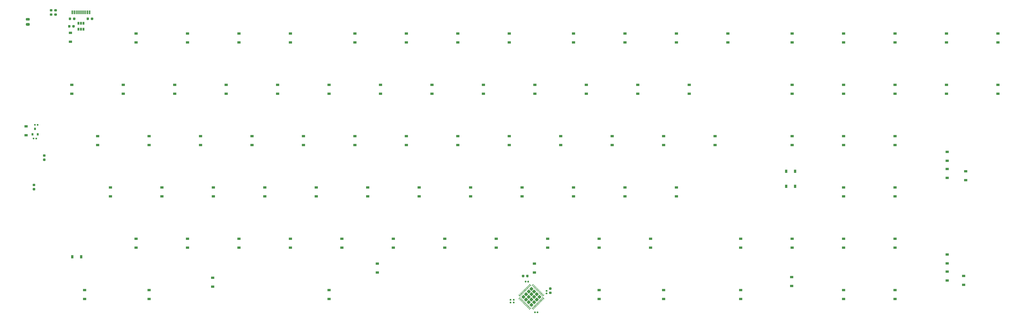
<source format=gbr>
G04 #@! TF.GenerationSoftware,KiCad,Pcbnew,(5.1.7)-1*
G04 #@! TF.CreationDate,2020-11-02T12:32:22-08:00*
G04 #@! TF.ProjectId,PCBV2,50434256-322e-46b6-9963-61645f706362,rev?*
G04 #@! TF.SameCoordinates,Original*
G04 #@! TF.FileFunction,Paste,Bot*
G04 #@! TF.FilePolarity,Positive*
%FSLAX46Y46*%
G04 Gerber Fmt 4.6, Leading zero omitted, Abs format (unit mm)*
G04 Created by KiCad (PCBNEW (5.1.7)-1) date 2020-11-02 12:32:22*
%MOMM*%
%LPD*%
G01*
G04 APERTURE LIST*
%ADD10R,0.900000X1.200000*%
%ADD11R,0.650000X1.060000*%
%ADD12R,1.200000X0.900000*%
%ADD13R,0.600000X1.450000*%
%ADD14R,0.300000X1.450000*%
%ADD15R,0.800000X0.900000*%
G04 APERTURE END LIST*
D10*
X107887500Y-173831250D03*
X111187500Y-173831250D03*
X372206250Y-142081250D03*
X375506250Y-142081250D03*
D11*
X111125000Y-87165000D03*
X112075000Y-87165000D03*
X110175000Y-87165000D03*
X110175000Y-89365000D03*
X111125000Y-89365000D03*
X112075000Y-89365000D03*
G36*
G01*
X107919000Y-88521250D02*
X107919000Y-88008750D01*
G75*
G02*
X108137750Y-87790000I218750J0D01*
G01*
X108575250Y-87790000D01*
G75*
G02*
X108794000Y-88008750I0J-218750D01*
G01*
X108794000Y-88521250D01*
G75*
G02*
X108575250Y-88740000I-218750J0D01*
G01*
X108137750Y-88740000D01*
G75*
G02*
X107919000Y-88521250I0J218750D01*
G01*
G37*
G36*
G01*
X106344000Y-88521250D02*
X106344000Y-88008750D01*
G75*
G02*
X106562750Y-87790000I218750J0D01*
G01*
X107000250Y-87790000D01*
G75*
G02*
X107219000Y-88008750I0J-218750D01*
G01*
X107219000Y-88521250D01*
G75*
G02*
X107000250Y-88740000I-218750J0D01*
G01*
X106562750Y-88740000D01*
G75*
G02*
X106344000Y-88521250I0J218750D01*
G01*
G37*
G36*
G01*
X114777000Y-85727250D02*
X114777000Y-85214750D01*
G75*
G02*
X114995750Y-84996000I218750J0D01*
G01*
X115433250Y-84996000D01*
G75*
G02*
X115652000Y-85214750I0J-218750D01*
G01*
X115652000Y-85727250D01*
G75*
G02*
X115433250Y-85946000I-218750J0D01*
G01*
X114995750Y-85946000D01*
G75*
G02*
X114777000Y-85727250I0J218750D01*
G01*
G37*
G36*
G01*
X113202000Y-85727250D02*
X113202000Y-85214750D01*
G75*
G02*
X113420750Y-84996000I218750J0D01*
G01*
X113858250Y-84996000D01*
G75*
G02*
X114077000Y-85214750I0J-218750D01*
G01*
X114077000Y-85727250D01*
G75*
G02*
X113858250Y-85946000I-218750J0D01*
G01*
X113420750Y-85946000D01*
G75*
G02*
X113202000Y-85727250I0J218750D01*
G01*
G37*
G36*
G01*
X107473000Y-85214750D02*
X107473000Y-85727250D01*
G75*
G02*
X107254250Y-85946000I-218750J0D01*
G01*
X106816750Y-85946000D01*
G75*
G02*
X106598000Y-85727250I0J218750D01*
G01*
X106598000Y-85214750D01*
G75*
G02*
X106816750Y-84996000I218750J0D01*
G01*
X107254250Y-84996000D01*
G75*
G02*
X107473000Y-85214750I0J-218750D01*
G01*
G37*
G36*
G01*
X109048000Y-85214750D02*
X109048000Y-85727250D01*
G75*
G02*
X108829250Y-85946000I-218750J0D01*
G01*
X108391750Y-85946000D01*
G75*
G02*
X108173000Y-85727250I0J218750D01*
G01*
X108173000Y-85214750D01*
G75*
G02*
X108391750Y-84996000I218750J0D01*
G01*
X108829250Y-84996000D01*
G75*
G02*
X109048000Y-85214750I0J-218750D01*
G01*
G37*
G36*
G01*
X101464400Y-83458800D02*
X101976900Y-83458800D01*
G75*
G02*
X102195650Y-83677550I0J-218750D01*
G01*
X102195650Y-84115050D01*
G75*
G02*
X101976900Y-84333800I-218750J0D01*
G01*
X101464400Y-84333800D01*
G75*
G02*
X101245650Y-84115050I0J218750D01*
G01*
X101245650Y-83677550D01*
G75*
G02*
X101464400Y-83458800I218750J0D01*
G01*
G37*
G36*
G01*
X101464400Y-81883800D02*
X101976900Y-81883800D01*
G75*
G02*
X102195650Y-82102550I0J-218750D01*
G01*
X102195650Y-82540050D01*
G75*
G02*
X101976900Y-82758800I-218750J0D01*
G01*
X101464400Y-82758800D01*
G75*
G02*
X101245650Y-82540050I0J218750D01*
G01*
X101245650Y-82102550D01*
G75*
G02*
X101464400Y-81883800I218750J0D01*
G01*
G37*
G36*
G01*
X100325900Y-82758800D02*
X99813400Y-82758800D01*
G75*
G02*
X99594650Y-82540050I0J218750D01*
G01*
X99594650Y-82102550D01*
G75*
G02*
X99813400Y-81883800I218750J0D01*
G01*
X100325900Y-81883800D01*
G75*
G02*
X100544650Y-82102550I0J-218750D01*
G01*
X100544650Y-82540050D01*
G75*
G02*
X100325900Y-82758800I-218750J0D01*
G01*
G37*
G36*
G01*
X100325900Y-84333800D02*
X99813400Y-84333800D01*
G75*
G02*
X99594650Y-84115050I0J218750D01*
G01*
X99594650Y-83677550D01*
G75*
G02*
X99813400Y-83458800I218750J0D01*
G01*
X100325900Y-83458800D01*
G75*
G02*
X100544650Y-83677550I0J-218750D01*
G01*
X100544650Y-84115050D01*
G75*
G02*
X100325900Y-84333800I-218750J0D01*
G01*
G37*
D12*
X90773250Y-128713500D03*
X90773250Y-125413500D03*
D13*
X114350000Y-83101250D03*
X107900000Y-83101250D03*
X113575000Y-83101250D03*
X108675000Y-83101250D03*
D14*
X109375000Y-83101250D03*
X112875000Y-83101250D03*
X109875000Y-83101250D03*
X112375000Y-83101250D03*
X110375000Y-83101250D03*
X111875000Y-83101250D03*
X111375000Y-83101250D03*
X110875000Y-83101250D03*
D15*
X94126050Y-126355600D03*
X93176050Y-128355600D03*
X95076050Y-128355600D03*
G36*
G01*
X278571314Y-193449475D02*
X278040984Y-192919145D01*
G75*
G02*
X278040984Y-192830757I44194J44194D01*
G01*
X278129372Y-192742369D01*
G75*
G02*
X278217760Y-192742369I44194J-44194D01*
G01*
X278748090Y-193272699D01*
G75*
G02*
X278748090Y-193361087I-44194J-44194D01*
G01*
X278659702Y-193449475D01*
G75*
G02*
X278571314Y-193449475I-44194J44194D01*
G01*
G37*
G36*
G01*
X278924867Y-193095922D02*
X278394537Y-192565592D01*
G75*
G02*
X278394537Y-192477204I44194J44194D01*
G01*
X278482925Y-192388816D01*
G75*
G02*
X278571313Y-192388816I44194J-44194D01*
G01*
X279101643Y-192919146D01*
G75*
G02*
X279101643Y-193007534I-44194J-44194D01*
G01*
X279013255Y-193095922D01*
G75*
G02*
X278924867Y-193095922I-44194J44194D01*
G01*
G37*
G36*
G01*
X279278421Y-192742368D02*
X278748091Y-192212038D01*
G75*
G02*
X278748091Y-192123650I44194J44194D01*
G01*
X278836479Y-192035262D01*
G75*
G02*
X278924867Y-192035262I44194J-44194D01*
G01*
X279455197Y-192565592D01*
G75*
G02*
X279455197Y-192653980I-44194J-44194D01*
G01*
X279366809Y-192742368D01*
G75*
G02*
X279278421Y-192742368I-44194J44194D01*
G01*
G37*
G36*
G01*
X279631974Y-192388815D02*
X279101644Y-191858485D01*
G75*
G02*
X279101644Y-191770097I44194J44194D01*
G01*
X279190032Y-191681709D01*
G75*
G02*
X279278420Y-191681709I44194J-44194D01*
G01*
X279808750Y-192212039D01*
G75*
G02*
X279808750Y-192300427I-44194J-44194D01*
G01*
X279720362Y-192388815D01*
G75*
G02*
X279631974Y-192388815I-44194J44194D01*
G01*
G37*
G36*
G01*
X279985527Y-192035262D02*
X279455197Y-191504932D01*
G75*
G02*
X279455197Y-191416544I44194J44194D01*
G01*
X279543585Y-191328156D01*
G75*
G02*
X279631973Y-191328156I44194J-44194D01*
G01*
X280162303Y-191858486D01*
G75*
G02*
X280162303Y-191946874I-44194J-44194D01*
G01*
X280073915Y-192035262D01*
G75*
G02*
X279985527Y-192035262I-44194J44194D01*
G01*
G37*
G36*
G01*
X280339081Y-191681708D02*
X279808751Y-191151378D01*
G75*
G02*
X279808751Y-191062990I44194J44194D01*
G01*
X279897139Y-190974602D01*
G75*
G02*
X279985527Y-190974602I44194J-44194D01*
G01*
X280515857Y-191504932D01*
G75*
G02*
X280515857Y-191593320I-44194J-44194D01*
G01*
X280427469Y-191681708D01*
G75*
G02*
X280339081Y-191681708I-44194J44194D01*
G01*
G37*
G36*
G01*
X280692634Y-191328155D02*
X280162304Y-190797825D01*
G75*
G02*
X280162304Y-190709437I44194J44194D01*
G01*
X280250692Y-190621049D01*
G75*
G02*
X280339080Y-190621049I44194J-44194D01*
G01*
X280869410Y-191151379D01*
G75*
G02*
X280869410Y-191239767I-44194J-44194D01*
G01*
X280781022Y-191328155D01*
G75*
G02*
X280692634Y-191328155I-44194J44194D01*
G01*
G37*
G36*
G01*
X281046188Y-190974601D02*
X280515858Y-190444271D01*
G75*
G02*
X280515858Y-190355883I44194J44194D01*
G01*
X280604246Y-190267495D01*
G75*
G02*
X280692634Y-190267495I44194J-44194D01*
G01*
X281222964Y-190797825D01*
G75*
G02*
X281222964Y-190886213I-44194J-44194D01*
G01*
X281134576Y-190974601D01*
G75*
G02*
X281046188Y-190974601I-44194J44194D01*
G01*
G37*
G36*
G01*
X281399741Y-190621048D02*
X280869411Y-190090718D01*
G75*
G02*
X280869411Y-190002330I44194J44194D01*
G01*
X280957799Y-189913942D01*
G75*
G02*
X281046187Y-189913942I44194J-44194D01*
G01*
X281576517Y-190444272D01*
G75*
G02*
X281576517Y-190532660I-44194J-44194D01*
G01*
X281488129Y-190621048D01*
G75*
G02*
X281399741Y-190621048I-44194J44194D01*
G01*
G37*
G36*
G01*
X281753294Y-190267495D02*
X281222964Y-189737165D01*
G75*
G02*
X281222964Y-189648777I44194J44194D01*
G01*
X281311352Y-189560389D01*
G75*
G02*
X281399740Y-189560389I44194J-44194D01*
G01*
X281930070Y-190090719D01*
G75*
G02*
X281930070Y-190179107I-44194J-44194D01*
G01*
X281841682Y-190267495D01*
G75*
G02*
X281753294Y-190267495I-44194J44194D01*
G01*
G37*
G36*
G01*
X282106848Y-189913941D02*
X281576518Y-189383611D01*
G75*
G02*
X281576518Y-189295223I44194J44194D01*
G01*
X281664906Y-189206835D01*
G75*
G02*
X281753294Y-189206835I44194J-44194D01*
G01*
X282283624Y-189737165D01*
G75*
G02*
X282283624Y-189825553I-44194J-44194D01*
G01*
X282195236Y-189913941D01*
G75*
G02*
X282106848Y-189913941I-44194J44194D01*
G01*
G37*
G36*
G01*
X282460401Y-189560388D02*
X281930071Y-189030058D01*
G75*
G02*
X281930071Y-188941670I44194J44194D01*
G01*
X282018459Y-188853282D01*
G75*
G02*
X282106847Y-188853282I44194J-44194D01*
G01*
X282637177Y-189383612D01*
G75*
G02*
X282637177Y-189472000I-44194J-44194D01*
G01*
X282548789Y-189560388D01*
G75*
G02*
X282460401Y-189560388I-44194J44194D01*
G01*
G37*
G36*
G01*
X282018459Y-188588116D02*
X281930071Y-188499728D01*
G75*
G02*
X281930071Y-188411340I44194J44194D01*
G01*
X282460401Y-187881010D01*
G75*
G02*
X282548789Y-187881010I44194J-44194D01*
G01*
X282637177Y-187969398D01*
G75*
G02*
X282637177Y-188057786I-44194J-44194D01*
G01*
X282106847Y-188588116D01*
G75*
G02*
X282018459Y-188588116I-44194J44194D01*
G01*
G37*
G36*
G01*
X281664906Y-188234563D02*
X281576518Y-188146175D01*
G75*
G02*
X281576518Y-188057787I44194J44194D01*
G01*
X282106848Y-187527457D01*
G75*
G02*
X282195236Y-187527457I44194J-44194D01*
G01*
X282283624Y-187615845D01*
G75*
G02*
X282283624Y-187704233I-44194J-44194D01*
G01*
X281753294Y-188234563D01*
G75*
G02*
X281664906Y-188234563I-44194J44194D01*
G01*
G37*
G36*
G01*
X281311352Y-187881009D02*
X281222964Y-187792621D01*
G75*
G02*
X281222964Y-187704233I44194J44194D01*
G01*
X281753294Y-187173903D01*
G75*
G02*
X281841682Y-187173903I44194J-44194D01*
G01*
X281930070Y-187262291D01*
G75*
G02*
X281930070Y-187350679I-44194J-44194D01*
G01*
X281399740Y-187881009D01*
G75*
G02*
X281311352Y-187881009I-44194J44194D01*
G01*
G37*
G36*
G01*
X280957799Y-187527456D02*
X280869411Y-187439068D01*
G75*
G02*
X280869411Y-187350680I44194J44194D01*
G01*
X281399741Y-186820350D01*
G75*
G02*
X281488129Y-186820350I44194J-44194D01*
G01*
X281576517Y-186908738D01*
G75*
G02*
X281576517Y-186997126I-44194J-44194D01*
G01*
X281046187Y-187527456D01*
G75*
G02*
X280957799Y-187527456I-44194J44194D01*
G01*
G37*
G36*
G01*
X280604246Y-187173903D02*
X280515858Y-187085515D01*
G75*
G02*
X280515858Y-186997127I44194J44194D01*
G01*
X281046188Y-186466797D01*
G75*
G02*
X281134576Y-186466797I44194J-44194D01*
G01*
X281222964Y-186555185D01*
G75*
G02*
X281222964Y-186643573I-44194J-44194D01*
G01*
X280692634Y-187173903D01*
G75*
G02*
X280604246Y-187173903I-44194J44194D01*
G01*
G37*
G36*
G01*
X280250692Y-186820349D02*
X280162304Y-186731961D01*
G75*
G02*
X280162304Y-186643573I44194J44194D01*
G01*
X280692634Y-186113243D01*
G75*
G02*
X280781022Y-186113243I44194J-44194D01*
G01*
X280869410Y-186201631D01*
G75*
G02*
X280869410Y-186290019I-44194J-44194D01*
G01*
X280339080Y-186820349D01*
G75*
G02*
X280250692Y-186820349I-44194J44194D01*
G01*
G37*
G36*
G01*
X279897139Y-186466796D02*
X279808751Y-186378408D01*
G75*
G02*
X279808751Y-186290020I44194J44194D01*
G01*
X280339081Y-185759690D01*
G75*
G02*
X280427469Y-185759690I44194J-44194D01*
G01*
X280515857Y-185848078D01*
G75*
G02*
X280515857Y-185936466I-44194J-44194D01*
G01*
X279985527Y-186466796D01*
G75*
G02*
X279897139Y-186466796I-44194J44194D01*
G01*
G37*
G36*
G01*
X279543585Y-186113242D02*
X279455197Y-186024854D01*
G75*
G02*
X279455197Y-185936466I44194J44194D01*
G01*
X279985527Y-185406136D01*
G75*
G02*
X280073915Y-185406136I44194J-44194D01*
G01*
X280162303Y-185494524D01*
G75*
G02*
X280162303Y-185582912I-44194J-44194D01*
G01*
X279631973Y-186113242D01*
G75*
G02*
X279543585Y-186113242I-44194J44194D01*
G01*
G37*
G36*
G01*
X279190032Y-185759689D02*
X279101644Y-185671301D01*
G75*
G02*
X279101644Y-185582913I44194J44194D01*
G01*
X279631974Y-185052583D01*
G75*
G02*
X279720362Y-185052583I44194J-44194D01*
G01*
X279808750Y-185140971D01*
G75*
G02*
X279808750Y-185229359I-44194J-44194D01*
G01*
X279278420Y-185759689D01*
G75*
G02*
X279190032Y-185759689I-44194J44194D01*
G01*
G37*
G36*
G01*
X278836479Y-185406136D02*
X278748091Y-185317748D01*
G75*
G02*
X278748091Y-185229360I44194J44194D01*
G01*
X279278421Y-184699030D01*
G75*
G02*
X279366809Y-184699030I44194J-44194D01*
G01*
X279455197Y-184787418D01*
G75*
G02*
X279455197Y-184875806I-44194J-44194D01*
G01*
X278924867Y-185406136D01*
G75*
G02*
X278836479Y-185406136I-44194J44194D01*
G01*
G37*
G36*
G01*
X278482925Y-185052582D02*
X278394537Y-184964194D01*
G75*
G02*
X278394537Y-184875806I44194J44194D01*
G01*
X278924867Y-184345476D01*
G75*
G02*
X279013255Y-184345476I44194J-44194D01*
G01*
X279101643Y-184433864D01*
G75*
G02*
X279101643Y-184522252I-44194J-44194D01*
G01*
X278571313Y-185052582D01*
G75*
G02*
X278482925Y-185052582I-44194J44194D01*
G01*
G37*
G36*
G01*
X278129372Y-184699029D02*
X278040984Y-184610641D01*
G75*
G02*
X278040984Y-184522253I44194J44194D01*
G01*
X278571314Y-183991923D01*
G75*
G02*
X278659702Y-183991923I44194J-44194D01*
G01*
X278748090Y-184080311D01*
G75*
G02*
X278748090Y-184168699I-44194J-44194D01*
G01*
X278217760Y-184699029D01*
G75*
G02*
X278129372Y-184699029I-44194J44194D01*
G01*
G37*
G36*
G01*
X277599042Y-184699029D02*
X277068712Y-184168699D01*
G75*
G02*
X277068712Y-184080311I44194J44194D01*
G01*
X277157100Y-183991923D01*
G75*
G02*
X277245488Y-183991923I44194J-44194D01*
G01*
X277775818Y-184522253D01*
G75*
G02*
X277775818Y-184610641I-44194J-44194D01*
G01*
X277687430Y-184699029D01*
G75*
G02*
X277599042Y-184699029I-44194J44194D01*
G01*
G37*
G36*
G01*
X277245489Y-185052582D02*
X276715159Y-184522252D01*
G75*
G02*
X276715159Y-184433864I44194J44194D01*
G01*
X276803547Y-184345476D01*
G75*
G02*
X276891935Y-184345476I44194J-44194D01*
G01*
X277422265Y-184875806D01*
G75*
G02*
X277422265Y-184964194I-44194J-44194D01*
G01*
X277333877Y-185052582D01*
G75*
G02*
X277245489Y-185052582I-44194J44194D01*
G01*
G37*
G36*
G01*
X276891935Y-185406136D02*
X276361605Y-184875806D01*
G75*
G02*
X276361605Y-184787418I44194J44194D01*
G01*
X276449993Y-184699030D01*
G75*
G02*
X276538381Y-184699030I44194J-44194D01*
G01*
X277068711Y-185229360D01*
G75*
G02*
X277068711Y-185317748I-44194J-44194D01*
G01*
X276980323Y-185406136D01*
G75*
G02*
X276891935Y-185406136I-44194J44194D01*
G01*
G37*
G36*
G01*
X276538382Y-185759689D02*
X276008052Y-185229359D01*
G75*
G02*
X276008052Y-185140971I44194J44194D01*
G01*
X276096440Y-185052583D01*
G75*
G02*
X276184828Y-185052583I44194J-44194D01*
G01*
X276715158Y-185582913D01*
G75*
G02*
X276715158Y-185671301I-44194J-44194D01*
G01*
X276626770Y-185759689D01*
G75*
G02*
X276538382Y-185759689I-44194J44194D01*
G01*
G37*
G36*
G01*
X276184829Y-186113242D02*
X275654499Y-185582912D01*
G75*
G02*
X275654499Y-185494524I44194J44194D01*
G01*
X275742887Y-185406136D01*
G75*
G02*
X275831275Y-185406136I44194J-44194D01*
G01*
X276361605Y-185936466D01*
G75*
G02*
X276361605Y-186024854I-44194J-44194D01*
G01*
X276273217Y-186113242D01*
G75*
G02*
X276184829Y-186113242I-44194J44194D01*
G01*
G37*
G36*
G01*
X275831275Y-186466796D02*
X275300945Y-185936466D01*
G75*
G02*
X275300945Y-185848078I44194J44194D01*
G01*
X275389333Y-185759690D01*
G75*
G02*
X275477721Y-185759690I44194J-44194D01*
G01*
X276008051Y-186290020D01*
G75*
G02*
X276008051Y-186378408I-44194J-44194D01*
G01*
X275919663Y-186466796D01*
G75*
G02*
X275831275Y-186466796I-44194J44194D01*
G01*
G37*
G36*
G01*
X275477722Y-186820349D02*
X274947392Y-186290019D01*
G75*
G02*
X274947392Y-186201631I44194J44194D01*
G01*
X275035780Y-186113243D01*
G75*
G02*
X275124168Y-186113243I44194J-44194D01*
G01*
X275654498Y-186643573D01*
G75*
G02*
X275654498Y-186731961I-44194J-44194D01*
G01*
X275566110Y-186820349D01*
G75*
G02*
X275477722Y-186820349I-44194J44194D01*
G01*
G37*
G36*
G01*
X275124168Y-187173903D02*
X274593838Y-186643573D01*
G75*
G02*
X274593838Y-186555185I44194J44194D01*
G01*
X274682226Y-186466797D01*
G75*
G02*
X274770614Y-186466797I44194J-44194D01*
G01*
X275300944Y-186997127D01*
G75*
G02*
X275300944Y-187085515I-44194J-44194D01*
G01*
X275212556Y-187173903D01*
G75*
G02*
X275124168Y-187173903I-44194J44194D01*
G01*
G37*
G36*
G01*
X274770615Y-187527456D02*
X274240285Y-186997126D01*
G75*
G02*
X274240285Y-186908738I44194J44194D01*
G01*
X274328673Y-186820350D01*
G75*
G02*
X274417061Y-186820350I44194J-44194D01*
G01*
X274947391Y-187350680D01*
G75*
G02*
X274947391Y-187439068I-44194J-44194D01*
G01*
X274859003Y-187527456D01*
G75*
G02*
X274770615Y-187527456I-44194J44194D01*
G01*
G37*
G36*
G01*
X274417062Y-187881009D02*
X273886732Y-187350679D01*
G75*
G02*
X273886732Y-187262291I44194J44194D01*
G01*
X273975120Y-187173903D01*
G75*
G02*
X274063508Y-187173903I44194J-44194D01*
G01*
X274593838Y-187704233D01*
G75*
G02*
X274593838Y-187792621I-44194J-44194D01*
G01*
X274505450Y-187881009D01*
G75*
G02*
X274417062Y-187881009I-44194J44194D01*
G01*
G37*
G36*
G01*
X274063508Y-188234563D02*
X273533178Y-187704233D01*
G75*
G02*
X273533178Y-187615845I44194J44194D01*
G01*
X273621566Y-187527457D01*
G75*
G02*
X273709954Y-187527457I44194J-44194D01*
G01*
X274240284Y-188057787D01*
G75*
G02*
X274240284Y-188146175I-44194J-44194D01*
G01*
X274151896Y-188234563D01*
G75*
G02*
X274063508Y-188234563I-44194J44194D01*
G01*
G37*
G36*
G01*
X273709955Y-188588116D02*
X273179625Y-188057786D01*
G75*
G02*
X273179625Y-187969398I44194J44194D01*
G01*
X273268013Y-187881010D01*
G75*
G02*
X273356401Y-187881010I44194J-44194D01*
G01*
X273886731Y-188411340D01*
G75*
G02*
X273886731Y-188499728I-44194J-44194D01*
G01*
X273798343Y-188588116D01*
G75*
G02*
X273709955Y-188588116I-44194J44194D01*
G01*
G37*
G36*
G01*
X273268013Y-189560388D02*
X273179625Y-189472000D01*
G75*
G02*
X273179625Y-189383612I44194J44194D01*
G01*
X273709955Y-188853282D01*
G75*
G02*
X273798343Y-188853282I44194J-44194D01*
G01*
X273886731Y-188941670D01*
G75*
G02*
X273886731Y-189030058I-44194J-44194D01*
G01*
X273356401Y-189560388D01*
G75*
G02*
X273268013Y-189560388I-44194J44194D01*
G01*
G37*
G36*
G01*
X273621566Y-189913941D02*
X273533178Y-189825553D01*
G75*
G02*
X273533178Y-189737165I44194J44194D01*
G01*
X274063508Y-189206835D01*
G75*
G02*
X274151896Y-189206835I44194J-44194D01*
G01*
X274240284Y-189295223D01*
G75*
G02*
X274240284Y-189383611I-44194J-44194D01*
G01*
X273709954Y-189913941D01*
G75*
G02*
X273621566Y-189913941I-44194J44194D01*
G01*
G37*
G36*
G01*
X273975120Y-190267495D02*
X273886732Y-190179107D01*
G75*
G02*
X273886732Y-190090719I44194J44194D01*
G01*
X274417062Y-189560389D01*
G75*
G02*
X274505450Y-189560389I44194J-44194D01*
G01*
X274593838Y-189648777D01*
G75*
G02*
X274593838Y-189737165I-44194J-44194D01*
G01*
X274063508Y-190267495D01*
G75*
G02*
X273975120Y-190267495I-44194J44194D01*
G01*
G37*
G36*
G01*
X274328673Y-190621048D02*
X274240285Y-190532660D01*
G75*
G02*
X274240285Y-190444272I44194J44194D01*
G01*
X274770615Y-189913942D01*
G75*
G02*
X274859003Y-189913942I44194J-44194D01*
G01*
X274947391Y-190002330D01*
G75*
G02*
X274947391Y-190090718I-44194J-44194D01*
G01*
X274417061Y-190621048D01*
G75*
G02*
X274328673Y-190621048I-44194J44194D01*
G01*
G37*
G36*
G01*
X274682226Y-190974601D02*
X274593838Y-190886213D01*
G75*
G02*
X274593838Y-190797825I44194J44194D01*
G01*
X275124168Y-190267495D01*
G75*
G02*
X275212556Y-190267495I44194J-44194D01*
G01*
X275300944Y-190355883D01*
G75*
G02*
X275300944Y-190444271I-44194J-44194D01*
G01*
X274770614Y-190974601D01*
G75*
G02*
X274682226Y-190974601I-44194J44194D01*
G01*
G37*
G36*
G01*
X275035780Y-191328155D02*
X274947392Y-191239767D01*
G75*
G02*
X274947392Y-191151379I44194J44194D01*
G01*
X275477722Y-190621049D01*
G75*
G02*
X275566110Y-190621049I44194J-44194D01*
G01*
X275654498Y-190709437D01*
G75*
G02*
X275654498Y-190797825I-44194J-44194D01*
G01*
X275124168Y-191328155D01*
G75*
G02*
X275035780Y-191328155I-44194J44194D01*
G01*
G37*
G36*
G01*
X275389333Y-191681708D02*
X275300945Y-191593320D01*
G75*
G02*
X275300945Y-191504932I44194J44194D01*
G01*
X275831275Y-190974602D01*
G75*
G02*
X275919663Y-190974602I44194J-44194D01*
G01*
X276008051Y-191062990D01*
G75*
G02*
X276008051Y-191151378I-44194J-44194D01*
G01*
X275477721Y-191681708D01*
G75*
G02*
X275389333Y-191681708I-44194J44194D01*
G01*
G37*
G36*
G01*
X275742887Y-192035262D02*
X275654499Y-191946874D01*
G75*
G02*
X275654499Y-191858486I44194J44194D01*
G01*
X276184829Y-191328156D01*
G75*
G02*
X276273217Y-191328156I44194J-44194D01*
G01*
X276361605Y-191416544D01*
G75*
G02*
X276361605Y-191504932I-44194J-44194D01*
G01*
X275831275Y-192035262D01*
G75*
G02*
X275742887Y-192035262I-44194J44194D01*
G01*
G37*
G36*
G01*
X276096440Y-192388815D02*
X276008052Y-192300427D01*
G75*
G02*
X276008052Y-192212039I44194J44194D01*
G01*
X276538382Y-191681709D01*
G75*
G02*
X276626770Y-191681709I44194J-44194D01*
G01*
X276715158Y-191770097D01*
G75*
G02*
X276715158Y-191858485I-44194J-44194D01*
G01*
X276184828Y-192388815D01*
G75*
G02*
X276096440Y-192388815I-44194J44194D01*
G01*
G37*
G36*
G01*
X276449993Y-192742368D02*
X276361605Y-192653980D01*
G75*
G02*
X276361605Y-192565592I44194J44194D01*
G01*
X276891935Y-192035262D01*
G75*
G02*
X276980323Y-192035262I44194J-44194D01*
G01*
X277068711Y-192123650D01*
G75*
G02*
X277068711Y-192212038I-44194J-44194D01*
G01*
X276538381Y-192742368D01*
G75*
G02*
X276449993Y-192742368I-44194J44194D01*
G01*
G37*
G36*
G01*
X276803547Y-193095922D02*
X276715159Y-193007534D01*
G75*
G02*
X276715159Y-192919146I44194J44194D01*
G01*
X277245489Y-192388816D01*
G75*
G02*
X277333877Y-192388816I44194J-44194D01*
G01*
X277422265Y-192477204D01*
G75*
G02*
X277422265Y-192565592I-44194J-44194D01*
G01*
X276891935Y-193095922D01*
G75*
G02*
X276803547Y-193095922I-44194J44194D01*
G01*
G37*
G36*
G01*
X277157100Y-193449475D02*
X277068712Y-193361087D01*
G75*
G02*
X277068712Y-193272699I44194J44194D01*
G01*
X277599042Y-192742369D01*
G75*
G02*
X277687430Y-192742369I44194J-44194D01*
G01*
X277775818Y-192830757D01*
G75*
G02*
X277775818Y-192919145I-44194J-44194D01*
G01*
X277245488Y-193449475D01*
G75*
G02*
X277157100Y-193449475I-44194J44194D01*
G01*
G37*
G36*
G01*
X277731624Y-186373105D02*
X277286147Y-185927628D01*
G75*
G02*
X277286147Y-185574074I176777J176777D01*
G01*
X277731624Y-185128597D01*
G75*
G02*
X278085178Y-185128597I176777J-176777D01*
G01*
X278530655Y-185574074D01*
G75*
G02*
X278530655Y-185927628I-176777J-176777D01*
G01*
X278085178Y-186373105D01*
G75*
G02*
X277731624Y-186373105I-176777J176777D01*
G01*
G37*
G36*
G01*
X278721573Y-187363054D02*
X278276096Y-186917577D01*
G75*
G02*
X278276096Y-186564023I176777J176777D01*
G01*
X278721573Y-186118546D01*
G75*
G02*
X279075127Y-186118546I176777J-176777D01*
G01*
X279520604Y-186564023D01*
G75*
G02*
X279520604Y-186917577I-176777J-176777D01*
G01*
X279075127Y-187363054D01*
G75*
G02*
X278721573Y-187363054I-176777J176777D01*
G01*
G37*
G36*
G01*
X279711523Y-188353004D02*
X279266046Y-187907527D01*
G75*
G02*
X279266046Y-187553973I176777J176777D01*
G01*
X279711523Y-187108496D01*
G75*
G02*
X280065077Y-187108496I176777J-176777D01*
G01*
X280510554Y-187553973D01*
G75*
G02*
X280510554Y-187907527I-176777J-176777D01*
G01*
X280065077Y-188353004D01*
G75*
G02*
X279711523Y-188353004I-176777J176777D01*
G01*
G37*
G36*
G01*
X280701472Y-189342953D02*
X280255995Y-188897476D01*
G75*
G02*
X280255995Y-188543922I176777J176777D01*
G01*
X280701472Y-188098445D01*
G75*
G02*
X281055026Y-188098445I176777J-176777D01*
G01*
X281500503Y-188543922D01*
G75*
G02*
X281500503Y-188897476I-176777J-176777D01*
G01*
X281055026Y-189342953D01*
G75*
G02*
X280701472Y-189342953I-176777J176777D01*
G01*
G37*
G36*
G01*
X276741675Y-187363054D02*
X276296198Y-186917577D01*
G75*
G02*
X276296198Y-186564023I176777J176777D01*
G01*
X276741675Y-186118546D01*
G75*
G02*
X277095229Y-186118546I176777J-176777D01*
G01*
X277540706Y-186564023D01*
G75*
G02*
X277540706Y-186917577I-176777J-176777D01*
G01*
X277095229Y-187363054D01*
G75*
G02*
X276741675Y-187363054I-176777J176777D01*
G01*
G37*
G36*
G01*
X277731624Y-188353004D02*
X277286147Y-187907527D01*
G75*
G02*
X277286147Y-187553973I176777J176777D01*
G01*
X277731624Y-187108496D01*
G75*
G02*
X278085178Y-187108496I176777J-176777D01*
G01*
X278530655Y-187553973D01*
G75*
G02*
X278530655Y-187907527I-176777J-176777D01*
G01*
X278085178Y-188353004D01*
G75*
G02*
X277731624Y-188353004I-176777J176777D01*
G01*
G37*
G36*
G01*
X278721573Y-189342953D02*
X278276096Y-188897476D01*
G75*
G02*
X278276096Y-188543922I176777J176777D01*
G01*
X278721573Y-188098445D01*
G75*
G02*
X279075127Y-188098445I176777J-176777D01*
G01*
X279520604Y-188543922D01*
G75*
G02*
X279520604Y-188897476I-176777J-176777D01*
G01*
X279075127Y-189342953D01*
G75*
G02*
X278721573Y-189342953I-176777J176777D01*
G01*
G37*
G36*
G01*
X279711523Y-190332902D02*
X279266046Y-189887425D01*
G75*
G02*
X279266046Y-189533871I176777J176777D01*
G01*
X279711523Y-189088394D01*
G75*
G02*
X280065077Y-189088394I176777J-176777D01*
G01*
X280510554Y-189533871D01*
G75*
G02*
X280510554Y-189887425I-176777J-176777D01*
G01*
X280065077Y-190332902D01*
G75*
G02*
X279711523Y-190332902I-176777J176777D01*
G01*
G37*
G36*
G01*
X275751725Y-188353004D02*
X275306248Y-187907527D01*
G75*
G02*
X275306248Y-187553973I176777J176777D01*
G01*
X275751725Y-187108496D01*
G75*
G02*
X276105279Y-187108496I176777J-176777D01*
G01*
X276550756Y-187553973D01*
G75*
G02*
X276550756Y-187907527I-176777J-176777D01*
G01*
X276105279Y-188353004D01*
G75*
G02*
X275751725Y-188353004I-176777J176777D01*
G01*
G37*
G36*
G01*
X276741675Y-189342953D02*
X276296198Y-188897476D01*
G75*
G02*
X276296198Y-188543922I176777J176777D01*
G01*
X276741675Y-188098445D01*
G75*
G02*
X277095229Y-188098445I176777J-176777D01*
G01*
X277540706Y-188543922D01*
G75*
G02*
X277540706Y-188897476I-176777J-176777D01*
G01*
X277095229Y-189342953D01*
G75*
G02*
X276741675Y-189342953I-176777J176777D01*
G01*
G37*
G36*
G01*
X277731624Y-190332902D02*
X277286147Y-189887425D01*
G75*
G02*
X277286147Y-189533871I176777J176777D01*
G01*
X277731624Y-189088394D01*
G75*
G02*
X278085178Y-189088394I176777J-176777D01*
G01*
X278530655Y-189533871D01*
G75*
G02*
X278530655Y-189887425I-176777J-176777D01*
G01*
X278085178Y-190332902D01*
G75*
G02*
X277731624Y-190332902I-176777J176777D01*
G01*
G37*
G36*
G01*
X278721573Y-191322852D02*
X278276096Y-190877375D01*
G75*
G02*
X278276096Y-190523821I176777J176777D01*
G01*
X278721573Y-190078344D01*
G75*
G02*
X279075127Y-190078344I176777J-176777D01*
G01*
X279520604Y-190523821D01*
G75*
G02*
X279520604Y-190877375I-176777J-176777D01*
G01*
X279075127Y-191322852D01*
G75*
G02*
X278721573Y-191322852I-176777J176777D01*
G01*
G37*
G36*
G01*
X274761776Y-189342953D02*
X274316299Y-188897476D01*
G75*
G02*
X274316299Y-188543922I176777J176777D01*
G01*
X274761776Y-188098445D01*
G75*
G02*
X275115330Y-188098445I176777J-176777D01*
G01*
X275560807Y-188543922D01*
G75*
G02*
X275560807Y-188897476I-176777J-176777D01*
G01*
X275115330Y-189342953D01*
G75*
G02*
X274761776Y-189342953I-176777J176777D01*
G01*
G37*
G36*
G01*
X275751725Y-190332902D02*
X275306248Y-189887425D01*
G75*
G02*
X275306248Y-189533871I176777J176777D01*
G01*
X275751725Y-189088394D01*
G75*
G02*
X276105279Y-189088394I176777J-176777D01*
G01*
X276550756Y-189533871D01*
G75*
G02*
X276550756Y-189887425I-176777J-176777D01*
G01*
X276105279Y-190332902D01*
G75*
G02*
X275751725Y-190332902I-176777J176777D01*
G01*
G37*
G36*
G01*
X276741675Y-191322852D02*
X276296198Y-190877375D01*
G75*
G02*
X276296198Y-190523821I176777J176777D01*
G01*
X276741675Y-190078344D01*
G75*
G02*
X277095229Y-190078344I176777J-176777D01*
G01*
X277540706Y-190523821D01*
G75*
G02*
X277540706Y-190877375I-176777J-176777D01*
G01*
X277095229Y-191322852D01*
G75*
G02*
X276741675Y-191322852I-176777J176777D01*
G01*
G37*
G36*
G01*
X277731624Y-192312801D02*
X277286147Y-191867324D01*
G75*
G02*
X277286147Y-191513770I176777J176777D01*
G01*
X277731624Y-191068293D01*
G75*
G02*
X278085178Y-191068293I176777J-176777D01*
G01*
X278530655Y-191513770D01*
G75*
G02*
X278530655Y-191867324I-176777J-176777D01*
G01*
X278085178Y-192312801D01*
G75*
G02*
X277731624Y-192312801I-176777J176777D01*
G01*
G37*
G36*
G01*
X97792250Y-136683000D02*
X97279750Y-136683000D01*
G75*
G02*
X97061000Y-136464250I0J218750D01*
G01*
X97061000Y-136026750D01*
G75*
G02*
X97279750Y-135808000I218750J0D01*
G01*
X97792250Y-135808000D01*
G75*
G02*
X98011000Y-136026750I0J-218750D01*
G01*
X98011000Y-136464250D01*
G75*
G02*
X97792250Y-136683000I-218750J0D01*
G01*
G37*
G36*
G01*
X97792250Y-138258000D02*
X97279750Y-138258000D01*
G75*
G02*
X97061000Y-138039250I0J218750D01*
G01*
X97061000Y-137601750D01*
G75*
G02*
X97279750Y-137383000I218750J0D01*
G01*
X97792250Y-137383000D01*
G75*
G02*
X98011000Y-137601750I0J-218750D01*
G01*
X98011000Y-138039250D01*
G75*
G02*
X97792250Y-138258000I-218750J0D01*
G01*
G37*
G36*
G01*
X93982250Y-147605000D02*
X93469750Y-147605000D01*
G75*
G02*
X93251000Y-147386250I0J218750D01*
G01*
X93251000Y-146948750D01*
G75*
G02*
X93469750Y-146730000I218750J0D01*
G01*
X93982250Y-146730000D01*
G75*
G02*
X94201000Y-146948750I0J-218750D01*
G01*
X94201000Y-147386250D01*
G75*
G02*
X93982250Y-147605000I-218750J0D01*
G01*
G37*
G36*
G01*
X93982250Y-149180000D02*
X93469750Y-149180000D01*
G75*
G02*
X93251000Y-148961250I0J218750D01*
G01*
X93251000Y-148523750D01*
G75*
G02*
X93469750Y-148305000I218750J0D01*
G01*
X93982250Y-148305000D01*
G75*
G02*
X94201000Y-148523750I0J-218750D01*
G01*
X94201000Y-148961250D01*
G75*
G02*
X93982250Y-149180000I-218750J0D01*
G01*
G37*
G36*
G01*
X91896250Y-86164000D02*
X90983750Y-86164000D01*
G75*
G02*
X90740000Y-85920250I0J243750D01*
G01*
X90740000Y-85432750D01*
G75*
G02*
X90983750Y-85189000I243750J0D01*
G01*
X91896250Y-85189000D01*
G75*
G02*
X92140000Y-85432750I0J-243750D01*
G01*
X92140000Y-85920250D01*
G75*
G02*
X91896250Y-86164000I-243750J0D01*
G01*
G37*
G36*
G01*
X91896250Y-88039000D02*
X90983750Y-88039000D01*
G75*
G02*
X90740000Y-87795250I0J243750D01*
G01*
X90740000Y-87307750D01*
G75*
G02*
X90983750Y-87064000I243750J0D01*
G01*
X91896250Y-87064000D01*
G75*
G02*
X92140000Y-87307750I0J-243750D01*
G01*
X92140000Y-87795250D01*
G75*
G02*
X91896250Y-88039000I-243750J0D01*
G01*
G37*
G36*
G01*
X94265250Y-130093500D02*
X94265250Y-129748500D01*
G75*
G02*
X94412750Y-129601000I147500J0D01*
G01*
X94707750Y-129601000D01*
G75*
G02*
X94855250Y-129748500I0J-147500D01*
G01*
X94855250Y-130093500D01*
G75*
G02*
X94707750Y-130241000I-147500J0D01*
G01*
X94412750Y-130241000D01*
G75*
G02*
X94265250Y-130093500I0J147500D01*
G01*
G37*
G36*
G01*
X93295250Y-130093500D02*
X93295250Y-129748500D01*
G75*
G02*
X93442750Y-129601000I147500J0D01*
G01*
X93737750Y-129601000D01*
G75*
G02*
X93885250Y-129748500I0J-147500D01*
G01*
X93885250Y-130093500D01*
G75*
G02*
X93737750Y-130241000I-147500J0D01*
G01*
X93442750Y-130241000D01*
G75*
G02*
X93295250Y-130093500I0J147500D01*
G01*
G37*
G36*
G01*
X94773250Y-125013500D02*
X94773250Y-124668500D01*
G75*
G02*
X94920750Y-124521000I147500J0D01*
G01*
X95215750Y-124521000D01*
G75*
G02*
X95363250Y-124668500I0J-147500D01*
G01*
X95363250Y-125013500D01*
G75*
G02*
X95215750Y-125161000I-147500J0D01*
G01*
X94920750Y-125161000D01*
G75*
G02*
X94773250Y-125013500I0J147500D01*
G01*
G37*
G36*
G01*
X93803250Y-125013500D02*
X93803250Y-124668500D01*
G75*
G02*
X93950750Y-124521000I147500J0D01*
G01*
X94245750Y-124521000D01*
G75*
G02*
X94393250Y-124668500I0J-147500D01*
G01*
X94393250Y-125013500D01*
G75*
G02*
X94245750Y-125161000I-147500J0D01*
G01*
X93950750Y-125161000D01*
G75*
G02*
X93803250Y-125013500I0J147500D01*
G01*
G37*
G36*
G01*
X271182050Y-190512200D02*
X271527050Y-190512200D01*
G75*
G02*
X271674550Y-190659700I0J-147500D01*
G01*
X271674550Y-190954700D01*
G75*
G02*
X271527050Y-191102200I-147500J0D01*
G01*
X271182050Y-191102200D01*
G75*
G02*
X271034550Y-190954700I0J147500D01*
G01*
X271034550Y-190659700D01*
G75*
G02*
X271182050Y-190512200I147500J0D01*
G01*
G37*
G36*
G01*
X271182050Y-189542200D02*
X271527050Y-189542200D01*
G75*
G02*
X271674550Y-189689700I0J-147500D01*
G01*
X271674550Y-189984700D01*
G75*
G02*
X271527050Y-190132200I-147500J0D01*
G01*
X271182050Y-190132200D01*
G75*
G02*
X271034550Y-189984700I0J147500D01*
G01*
X271034550Y-189689700D01*
G75*
G02*
X271182050Y-189542200I147500J0D01*
G01*
G37*
G36*
G01*
X275271750Y-180718750D02*
X275271750Y-181231250D01*
G75*
G02*
X275053000Y-181450000I-218750J0D01*
G01*
X274615500Y-181450000D01*
G75*
G02*
X274396750Y-181231250I0J218750D01*
G01*
X274396750Y-180718750D01*
G75*
G02*
X274615500Y-180500000I218750J0D01*
G01*
X275053000Y-180500000D01*
G75*
G02*
X275271750Y-180718750I0J-218750D01*
G01*
G37*
G36*
G01*
X276846750Y-180718750D02*
X276846750Y-181231250D01*
G75*
G02*
X276628000Y-181450000I-218750J0D01*
G01*
X276190500Y-181450000D01*
G75*
G02*
X275971750Y-181231250I0J218750D01*
G01*
X275971750Y-180718750D01*
G75*
G02*
X276190500Y-180500000I218750J0D01*
G01*
X276628000Y-180500000D01*
G75*
G02*
X276846750Y-180718750I0J-218750D01*
G01*
G37*
G36*
G01*
X269988250Y-190512200D02*
X270333250Y-190512200D01*
G75*
G02*
X270480750Y-190659700I0J-147500D01*
G01*
X270480750Y-190954700D01*
G75*
G02*
X270333250Y-191102200I-147500J0D01*
G01*
X269988250Y-191102200D01*
G75*
G02*
X269840750Y-190954700I0J147500D01*
G01*
X269840750Y-190659700D01*
G75*
G02*
X269988250Y-190512200I147500J0D01*
G01*
G37*
G36*
G01*
X269988250Y-189542200D02*
X270333250Y-189542200D01*
G75*
G02*
X270480750Y-189689700I0J-147500D01*
G01*
X270480750Y-189984700D01*
G75*
G02*
X270333250Y-190132200I-147500J0D01*
G01*
X269988250Y-190132200D01*
G75*
G02*
X269840750Y-189984700I0J147500D01*
G01*
X269840750Y-189689700D01*
G75*
G02*
X269988250Y-189542200I147500J0D01*
G01*
G37*
G36*
G01*
X279875750Y-194609500D02*
X279875750Y-194264500D01*
G75*
G02*
X280023250Y-194117000I147500J0D01*
G01*
X280318250Y-194117000D01*
G75*
G02*
X280465750Y-194264500I0J-147500D01*
G01*
X280465750Y-194609500D01*
G75*
G02*
X280318250Y-194757000I-147500J0D01*
G01*
X280023250Y-194757000D01*
G75*
G02*
X279875750Y-194609500I0J147500D01*
G01*
G37*
G36*
G01*
X278905750Y-194609500D02*
X278905750Y-194264500D01*
G75*
G02*
X279053250Y-194117000I147500J0D01*
G01*
X279348250Y-194117000D01*
G75*
G02*
X279495750Y-194264500I0J-147500D01*
G01*
X279495750Y-194609500D01*
G75*
G02*
X279348250Y-194757000I-147500J0D01*
G01*
X279053250Y-194757000D01*
G75*
G02*
X278905750Y-194609500I0J147500D01*
G01*
G37*
G36*
G01*
X283693650Y-186779400D02*
X283348650Y-186779400D01*
G75*
G02*
X283201150Y-186631900I0J147500D01*
G01*
X283201150Y-186336900D01*
G75*
G02*
X283348650Y-186189400I147500J0D01*
G01*
X283693650Y-186189400D01*
G75*
G02*
X283841150Y-186336900I0J-147500D01*
G01*
X283841150Y-186631900D01*
G75*
G02*
X283693650Y-186779400I-147500J0D01*
G01*
G37*
G36*
G01*
X283693650Y-187749400D02*
X283348650Y-187749400D01*
G75*
G02*
X283201150Y-187601900I0J147500D01*
G01*
X283201150Y-187306900D01*
G75*
G02*
X283348650Y-187159400I147500J0D01*
G01*
X283693650Y-187159400D01*
G75*
G02*
X283841150Y-187306900I0J-147500D01*
G01*
X283841150Y-187601900D01*
G75*
G02*
X283693650Y-187749400I-147500J0D01*
G01*
G37*
G36*
G01*
X285149000Y-186086000D02*
X284636500Y-186086000D01*
G75*
G02*
X284417750Y-185867250I0J218750D01*
G01*
X284417750Y-185429750D01*
G75*
G02*
X284636500Y-185211000I218750J0D01*
G01*
X285149000Y-185211000D01*
G75*
G02*
X285367750Y-185429750I0J-218750D01*
G01*
X285367750Y-185867250D01*
G75*
G02*
X285149000Y-186086000I-218750J0D01*
G01*
G37*
G36*
G01*
X285149000Y-187661000D02*
X284636500Y-187661000D01*
G75*
G02*
X284417750Y-187442250I0J218750D01*
G01*
X284417750Y-187004750D01*
G75*
G02*
X284636500Y-186786000I218750J0D01*
G01*
X285149000Y-186786000D01*
G75*
G02*
X285367750Y-187004750I0J-218750D01*
G01*
X285367750Y-187442250D01*
G75*
G02*
X285149000Y-187661000I-218750J0D01*
G01*
G37*
G36*
G01*
X276041350Y-182885300D02*
X276041350Y-183230300D01*
G75*
G02*
X275893850Y-183377800I-147500J0D01*
G01*
X275598850Y-183377800D01*
G75*
G02*
X275451350Y-183230300I0J147500D01*
G01*
X275451350Y-182885300D01*
G75*
G02*
X275598850Y-182737800I147500J0D01*
G01*
X275893850Y-182737800D01*
G75*
G02*
X276041350Y-182885300I0J-147500D01*
G01*
G37*
G36*
G01*
X277011350Y-182885300D02*
X277011350Y-183230300D01*
G75*
G02*
X276863850Y-183377800I-147500J0D01*
G01*
X276568850Y-183377800D01*
G75*
G02*
X276421350Y-183230300I0J147500D01*
G01*
X276421350Y-182885300D01*
G75*
G02*
X276568850Y-182737800I147500J0D01*
G01*
X276863850Y-182737800D01*
G75*
G02*
X277011350Y-182885300I0J-147500D01*
G01*
G37*
D12*
X107188000Y-90679000D03*
X107188000Y-93979000D03*
X131556250Y-90925000D03*
X131556250Y-94225000D03*
X150606250Y-90925000D03*
X150606250Y-94225000D03*
X169656250Y-90925000D03*
X169656250Y-94225000D03*
X188706250Y-90925000D03*
X188706250Y-94225000D03*
X212518750Y-90925000D03*
X212518750Y-94225000D03*
X231568750Y-90925000D03*
X231568750Y-94225000D03*
X250618750Y-90925000D03*
X250618750Y-94225000D03*
X269668750Y-90925000D03*
X269668750Y-94225000D03*
X293481250Y-90925000D03*
X293481250Y-94225000D03*
X312531250Y-90925000D03*
X312531250Y-94225000D03*
X331581250Y-90925000D03*
X331581250Y-94225000D03*
X350631250Y-90925000D03*
X350631250Y-94225000D03*
X374443750Y-90925000D03*
X374443750Y-94225000D03*
X393493750Y-90925000D03*
X393493750Y-94225000D03*
X412543750Y-90925000D03*
X412543750Y-94225000D03*
X431593750Y-90925000D03*
X431593750Y-94225000D03*
X450643750Y-90925000D03*
X450643750Y-94225000D03*
X107743750Y-109975000D03*
X107743750Y-113275000D03*
X126793750Y-109975000D03*
X126793750Y-113275000D03*
X145843750Y-109975000D03*
X145843750Y-113275000D03*
X164893750Y-109975000D03*
X164893750Y-113275000D03*
X183943750Y-109975000D03*
X183943750Y-113275000D03*
X202993750Y-109975000D03*
X202993750Y-113275000D03*
X222043750Y-109975000D03*
X222043750Y-113275000D03*
X241093750Y-109975000D03*
X241093750Y-113275000D03*
X260143750Y-109975000D03*
X260143750Y-113275000D03*
X279193750Y-109975000D03*
X279193750Y-113275000D03*
X298243750Y-109975000D03*
X298243750Y-113275000D03*
X317293750Y-109975000D03*
X317293750Y-113275000D03*
X336343750Y-109975000D03*
X336343750Y-113275000D03*
X374443750Y-109975000D03*
X374443750Y-113275000D03*
X393493750Y-109975000D03*
X393493750Y-113275000D03*
X412543750Y-109975000D03*
X412543750Y-113275000D03*
X431593750Y-109975000D03*
X431593750Y-113275000D03*
X450643750Y-109975000D03*
X450643750Y-113275000D03*
X117268750Y-129025000D03*
X117268750Y-132325000D03*
X136318750Y-129025000D03*
X136318750Y-132325000D03*
X155368750Y-129025000D03*
X155368750Y-132325000D03*
X174418750Y-129025000D03*
X174418750Y-132325000D03*
X193468750Y-129025000D03*
X193468750Y-132325000D03*
X212518750Y-129025000D03*
X212518750Y-132325000D03*
X231568750Y-129025000D03*
X231568750Y-132325000D03*
X250618750Y-129025000D03*
X250618750Y-132325000D03*
X269668750Y-129025000D03*
X269668750Y-132325000D03*
X288718750Y-129025000D03*
X288718750Y-132325000D03*
X307768750Y-129025000D03*
X307768750Y-132325000D03*
X326818750Y-129025000D03*
X326818750Y-132325000D03*
X345868750Y-129025000D03*
X345868750Y-132325000D03*
X374443750Y-129025000D03*
X374443750Y-132325000D03*
X393493750Y-129025000D03*
X393493750Y-132325000D03*
X412543750Y-129025000D03*
X412543750Y-132325000D03*
X431800000Y-134875000D03*
X431800000Y-138175000D03*
X122031250Y-148075000D03*
X122031250Y-151375000D03*
X141081250Y-148075000D03*
X141081250Y-151375000D03*
X160131250Y-148075000D03*
X160131250Y-151375000D03*
X179181250Y-148075000D03*
X179181250Y-151375000D03*
X198231250Y-148075000D03*
X198231250Y-151375000D03*
X217281250Y-148075000D03*
X217281250Y-151375000D03*
X236331250Y-148075000D03*
X236331250Y-151375000D03*
X255381250Y-148075000D03*
X255381250Y-151375000D03*
X274431250Y-148075000D03*
X274431250Y-151375000D03*
X293481250Y-148075000D03*
X293481250Y-151375000D03*
X312531250Y-148075000D03*
X312531250Y-151375000D03*
X331581250Y-148075000D03*
X331581250Y-151375000D03*
D10*
X372206250Y-147637500D03*
X375506250Y-147637500D03*
D12*
X393493750Y-148075000D03*
X393493750Y-151375000D03*
X412543750Y-148075000D03*
X412543750Y-151375000D03*
X431800000Y-141225000D03*
X431800000Y-144525000D03*
X438658000Y-142114000D03*
X438658000Y-145414000D03*
X131556250Y-167125000D03*
X131556250Y-170425000D03*
X150606250Y-167125000D03*
X150606250Y-170425000D03*
X169656250Y-167125000D03*
X169656250Y-170425000D03*
X188706250Y-167125000D03*
X188706250Y-170425000D03*
X207756250Y-167125000D03*
X207756250Y-170425000D03*
X226806250Y-167125000D03*
X226806250Y-170425000D03*
X245856250Y-167125000D03*
X245856250Y-170425000D03*
X264906250Y-167125000D03*
X264906250Y-170425000D03*
X283956250Y-167125000D03*
X283956250Y-170425000D03*
X303006250Y-167125000D03*
X303006250Y-170425000D03*
X322056250Y-167125000D03*
X322056250Y-170425000D03*
X355393750Y-167125000D03*
X355393750Y-170425000D03*
X374443750Y-167125000D03*
X374443750Y-170425000D03*
X393493750Y-167125000D03*
X393493750Y-170425000D03*
X412543750Y-167125000D03*
X412543750Y-170425000D03*
X431800000Y-172975000D03*
X431800000Y-176275000D03*
X112506250Y-186175000D03*
X112506250Y-189475000D03*
X136318750Y-186175000D03*
X136318750Y-189475000D03*
X159893000Y-181611000D03*
X159893000Y-184911000D03*
X202993750Y-186175000D03*
X202993750Y-189475000D03*
X220853000Y-179704000D03*
X220853000Y-176404000D03*
X279019000Y-179704000D03*
X279019000Y-176404000D03*
X303006250Y-186175000D03*
X303006250Y-189475000D03*
X326818750Y-186175000D03*
X326818750Y-189475000D03*
X355393750Y-186175000D03*
X355393750Y-189475000D03*
X374269000Y-181357000D03*
X374269000Y-184657000D03*
X393493750Y-186175000D03*
X393493750Y-189475000D03*
X412543750Y-186175000D03*
X412543750Y-189475000D03*
X431800000Y-179325000D03*
X431800000Y-182625000D03*
X437896000Y-180976000D03*
X437896000Y-184276000D03*
M02*

</source>
